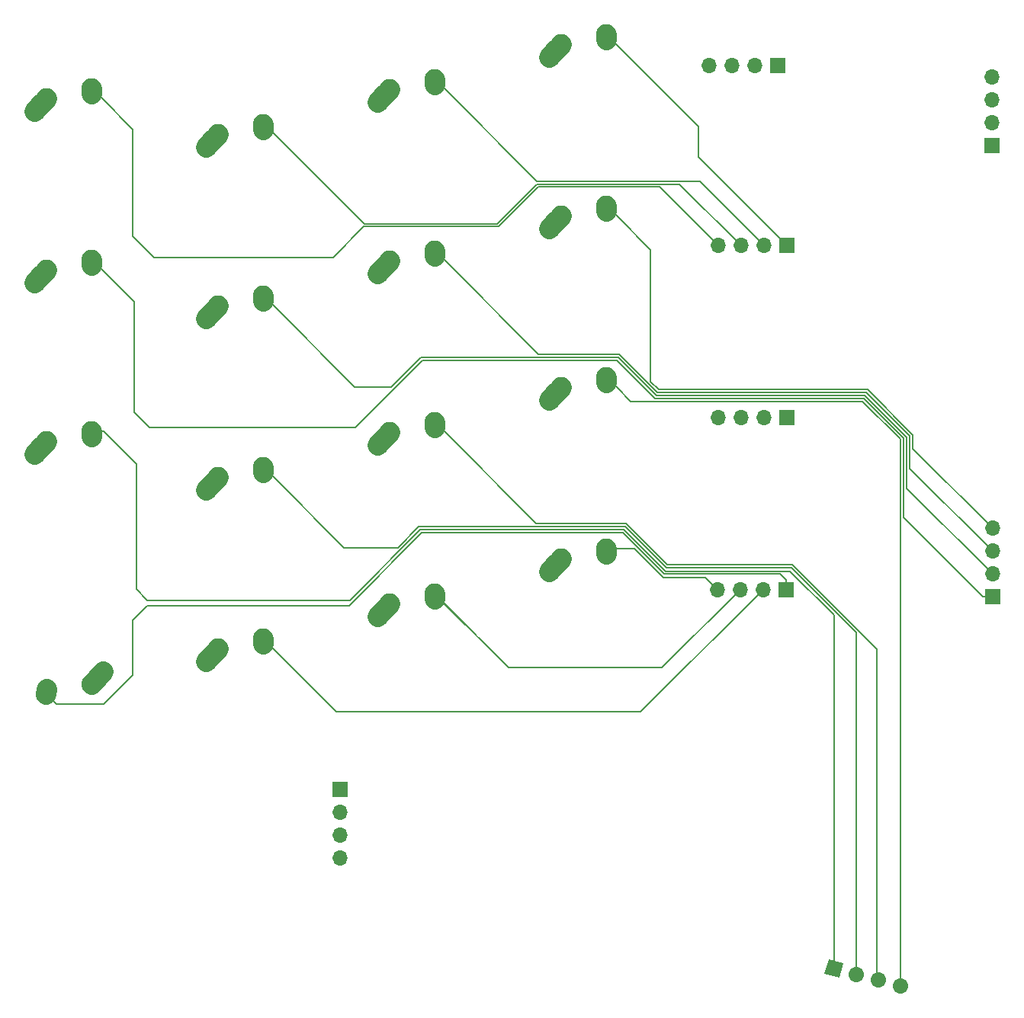
<source format=gbr>
G04 #@! TF.GenerationSoftware,KiCad,Pcbnew,(5.1.4)-1*
G04 #@! TF.CreationDate,2023-05-18T17:00:27-04:00*
G04 #@! TF.ProjectId,ThumbsUp,5468756d-6273-4557-902e-6b696361645f,rev?*
G04 #@! TF.SameCoordinates,Original*
G04 #@! TF.FileFunction,Copper,L1,Top*
G04 #@! TF.FilePolarity,Positive*
%FSLAX46Y46*%
G04 Gerber Fmt 4.6, Leading zero omitted, Abs format (unit mm)*
G04 Created by KiCad (PCBNEW (5.1.4)-1) date 2023-05-18 17:00:27*
%MOMM*%
%LPD*%
G04 APERTURE LIST*
%ADD10O,1.700000X1.700000*%
%ADD11R,1.700000X1.700000*%
%ADD12C,2.250000*%
%ADD13C,2.250000*%
%ADD14C,1.700000*%
%ADD15C,1.700000*%
%ADD16C,0.100000*%
%ADD17C,0.200000*%
G04 APERTURE END LIST*
D10*
X95046291Y-498195542D03*
X97586291Y-498195542D03*
X100126291Y-498195542D03*
D11*
X102666291Y-498195542D03*
D12*
X40462789Y-524842952D03*
X39807790Y-525572952D03*
D13*
X39152789Y-526302952D02*
X40462791Y-524842952D01*
D12*
X45502789Y-523762952D03*
X45482789Y-524052952D03*
D13*
X45462789Y-524342952D02*
X45502789Y-523762952D01*
D12*
X40462790Y-543892952D03*
X39807791Y-544622952D03*
D13*
X39152790Y-545352952D02*
X40462792Y-543892952D01*
D12*
X45502790Y-542812952D03*
X45482790Y-543102952D03*
D13*
X45462790Y-543392952D02*
X45502790Y-542812952D01*
D12*
X78562790Y-495780000D03*
X77907791Y-496510000D03*
D13*
X77252790Y-497240000D02*
X78562792Y-495780000D01*
D12*
X83602790Y-494700000D03*
X83582790Y-494990000D03*
D13*
X83562790Y-495280000D02*
X83602790Y-494700000D01*
D12*
X59512789Y-500780000D03*
X58857790Y-501510000D03*
D13*
X58202789Y-502240000D02*
X59512791Y-500780000D01*
D12*
X64552789Y-499700000D03*
X64532789Y-499990000D03*
D13*
X64512789Y-500280000D02*
X64552789Y-499700000D01*
D12*
X40462789Y-505780000D03*
X39807790Y-506510000D03*
D13*
X39152789Y-507240000D02*
X40462791Y-505780000D01*
D12*
X45502789Y-504700000D03*
X45482789Y-504990000D03*
D13*
X45462789Y-505280000D02*
X45502789Y-504700000D01*
D12*
X21412789Y-501780000D03*
X20757790Y-502510000D03*
D13*
X20102789Y-503240000D02*
X21412791Y-501780000D01*
D12*
X26452789Y-500700000D03*
X26432789Y-500990000D03*
D13*
X26412789Y-501280000D02*
X26452789Y-500700000D01*
D12*
X78562789Y-552942952D03*
X77907790Y-553672952D03*
D13*
X77252789Y-554402952D02*
X78562791Y-552942952D01*
D12*
X83602789Y-551862952D03*
X83582789Y-552152952D03*
D13*
X83562789Y-552442952D02*
X83602789Y-551862952D01*
D12*
X78562789Y-533892952D03*
X77907790Y-534622952D03*
D13*
X77252789Y-535352952D02*
X78562791Y-533892952D01*
D12*
X83602789Y-532812952D03*
X83582789Y-533102952D03*
D13*
X83562789Y-533392952D02*
X83602789Y-532812952D01*
D12*
X78562790Y-514842952D03*
X77907791Y-515572952D03*
D13*
X77252790Y-516302952D02*
X78562792Y-514842952D01*
D12*
X83602790Y-513762952D03*
X83582790Y-514052952D03*
D13*
X83562790Y-514342952D02*
X83602790Y-513762952D01*
D12*
X59512790Y-557942952D03*
X58857791Y-558672952D03*
D13*
X58202790Y-559402952D02*
X59512792Y-557942952D01*
D12*
X64552790Y-556862952D03*
X64532790Y-557152952D03*
D13*
X64512790Y-557442952D02*
X64552790Y-556862952D01*
D12*
X59512789Y-538892952D03*
X58857790Y-539622952D03*
D13*
X58202789Y-540352952D02*
X59512791Y-538892952D01*
D12*
X64552789Y-537812952D03*
X64532789Y-538102952D03*
D13*
X64512789Y-538392952D02*
X64552789Y-537812952D01*
D12*
X59512789Y-519842953D03*
X58857790Y-520572953D03*
D13*
X58202789Y-521302953D02*
X59512791Y-519842953D01*
D12*
X64552789Y-518762953D03*
X64532789Y-519052953D03*
D13*
X64512789Y-519342953D02*
X64552789Y-518762953D01*
D12*
X40462789Y-562942952D03*
X39807790Y-563672952D03*
D13*
X39152789Y-564402952D02*
X40462791Y-562942952D01*
D12*
X45502789Y-561862952D03*
X45482789Y-562152952D03*
D13*
X45462789Y-562442952D02*
X45502789Y-561862952D01*
D12*
X26412789Y-566942952D03*
X27067788Y-566212952D03*
D13*
X27722789Y-565482952D02*
X26412787Y-566942952D01*
D12*
X21372789Y-568022952D03*
X21392789Y-567732952D03*
D13*
X21412789Y-567442952D02*
X21372789Y-568022952D01*
D12*
X21412790Y-539892952D03*
X20757791Y-540622952D03*
D13*
X20102790Y-541352952D02*
X21412792Y-539892952D01*
D12*
X26452790Y-538812952D03*
X26432790Y-539102952D03*
D13*
X26412790Y-539392952D02*
X26452790Y-538812952D01*
D12*
X21412789Y-520842953D03*
X20757790Y-521572953D03*
D13*
X20102789Y-522302953D02*
X21412791Y-520842953D01*
D12*
X26452789Y-519762953D03*
X26432789Y-520052953D03*
D13*
X26412789Y-520342953D02*
X26452789Y-519762953D01*
D10*
X95906974Y-556400972D03*
X98446974Y-556400972D03*
X100986974Y-556400972D03*
D11*
X103526974Y-556400972D03*
D10*
X96064161Y-537315202D03*
X98604161Y-537315202D03*
X101144161Y-537315202D03*
D11*
X103684161Y-537315202D03*
D10*
X96046291Y-518195542D03*
X98586291Y-518195542D03*
X101126291Y-518195542D03*
D11*
X103666291Y-518195542D03*
D10*
X126470599Y-549604893D03*
X126470599Y-552144893D03*
X126470599Y-554684893D03*
D11*
X126470599Y-557224893D03*
D10*
X126406095Y-499478305D03*
X126406095Y-502018305D03*
X126406095Y-504558305D03*
D11*
X126406095Y-507098305D03*
D10*
X54062789Y-586192952D03*
X54062789Y-583652952D03*
X54062789Y-581112952D03*
D11*
X54062789Y-578572952D03*
D14*
X116223145Y-600465153D03*
D15*
X116223145Y-600465153D02*
X116223145Y-600465153D01*
D14*
X113769693Y-599807753D03*
D15*
X113769693Y-599807753D02*
X113769693Y-599807753D01*
D14*
X111316242Y-599150352D03*
D15*
X111316242Y-599150352D02*
X111316242Y-599150352D01*
D14*
X108862790Y-598492952D03*
D16*
G36*
X109463831Y-599533985D02*
G01*
X107821757Y-599093993D01*
X108261749Y-597451919D01*
X109903823Y-597891911D01*
X109463831Y-599533985D01*
X109463831Y-599533985D01*
G37*
D17*
X86277881Y-535488044D02*
X84727788Y-533937951D01*
X116230000Y-539680005D02*
X112038039Y-535488044D01*
X84727788Y-533937951D02*
X83602789Y-532812952D01*
X116230000Y-559119087D02*
X116230000Y-539680005D01*
X116223145Y-559125942D02*
X116230000Y-559119087D01*
X116223145Y-600465153D02*
X116223145Y-559125942D01*
X112038039Y-535488044D02*
X86277881Y-535488044D01*
X85817382Y-549080000D02*
X75819837Y-549080000D01*
X90390372Y-553652990D02*
X85817382Y-549080000D01*
X75819837Y-549080000D02*
X65677788Y-538937951D01*
X113350093Y-600227353D02*
X113630000Y-599947446D01*
X65677788Y-538937951D02*
X64552789Y-537812952D01*
X104265451Y-553652990D02*
X90390372Y-553652990D01*
X113630000Y-599947446D02*
X113630000Y-563017539D01*
X113630000Y-563017539D02*
X104265451Y-553652990D01*
X46627789Y-543937951D02*
X45502790Y-542812952D01*
X54469838Y-551780000D02*
X46627789Y-543937951D01*
X60430000Y-551780000D02*
X54469838Y-551780000D01*
X111316242Y-561166242D02*
X104130000Y-553980000D01*
X111316242Y-599150352D02*
X111316242Y-561166242D01*
X104130000Y-553980000D02*
X90254922Y-553980000D01*
X90254922Y-553980000D02*
X85700902Y-549425980D01*
X85700902Y-549425980D02*
X62784020Y-549425980D01*
X62784020Y-549425980D02*
X60430000Y-551780000D01*
X26992790Y-538812952D02*
X26412790Y-539392952D01*
X27762952Y-538812952D02*
X26992790Y-538812952D01*
X31430000Y-556380000D02*
X31430000Y-542480000D01*
X31430000Y-542480000D02*
X27762952Y-538812952D01*
X32630000Y-557580000D02*
X31430000Y-556380000D01*
X55130000Y-557580000D02*
X32630000Y-557580000D01*
X108862790Y-559212790D02*
X104002990Y-554352990D01*
X108862790Y-598492952D02*
X108862790Y-559212790D01*
X104002990Y-554352990D02*
X90165450Y-554352990D01*
X90165450Y-554352990D02*
X85565451Y-549752990D01*
X85565451Y-549752990D02*
X62957010Y-549752990D01*
X62957010Y-549752990D02*
X55130000Y-557580000D01*
X27577788Y-520887952D02*
X26452789Y-519762953D01*
X31130000Y-524440164D02*
X27577788Y-520887952D01*
X32830000Y-538380000D02*
X31130000Y-536680000D01*
X55730000Y-538380000D02*
X32830000Y-538380000D01*
X63202989Y-530907011D02*
X55730000Y-538380000D01*
X84757008Y-530907011D02*
X63202989Y-530907011D01*
X31130000Y-536680000D02*
X31130000Y-524440164D01*
X125420599Y-557224893D02*
X116557010Y-548361304D01*
X126470599Y-557224893D02*
X125420599Y-557224893D01*
X116557010Y-548361304D02*
X116557010Y-539544553D01*
X116557010Y-539544553D02*
X112173490Y-535161033D01*
X112173490Y-535161033D02*
X89011030Y-535161033D01*
X89011030Y-535161033D02*
X84757008Y-530907011D01*
X112308941Y-534834022D02*
X89146481Y-534834022D01*
X46627788Y-524887951D02*
X45502789Y-523762952D01*
X59730000Y-533880000D02*
X55619837Y-533880000D01*
X55619837Y-533880000D02*
X46627788Y-524887951D01*
X63030000Y-530580000D02*
X59730000Y-533880000D01*
X84892460Y-530580001D02*
X63030000Y-530580000D01*
X89146481Y-534834022D02*
X84892460Y-530580001D01*
X116930000Y-539455081D02*
X112308941Y-534834022D01*
X116930000Y-545144294D02*
X116930000Y-539455081D01*
X126470599Y-554684893D02*
X116930000Y-545144294D01*
X89281932Y-534507011D02*
X85027911Y-530252990D01*
X126470599Y-552144893D02*
X117257010Y-542931304D01*
X85027911Y-530252990D02*
X76042826Y-530252990D01*
X117257010Y-542931304D02*
X117257010Y-539319629D01*
X65677788Y-519887952D02*
X64552789Y-518762953D01*
X76042826Y-530252990D02*
X65677788Y-519887952D01*
X112444392Y-534507011D02*
X89281932Y-534507011D01*
X117257010Y-539319629D02*
X112444392Y-534507011D01*
X84727789Y-514887951D02*
X83602790Y-513762952D01*
X117630000Y-540764294D02*
X117630000Y-539230157D01*
X88530000Y-518690162D02*
X84727789Y-514887951D01*
X126470599Y-549604893D02*
X117630000Y-540764294D01*
X117630000Y-539230157D02*
X112579843Y-534180000D01*
X112579843Y-534180000D02*
X89430000Y-534180000D01*
X89430000Y-534180000D02*
X88530000Y-533280000D01*
X88530000Y-533280000D02*
X88530000Y-518690162D01*
X93830000Y-504927210D02*
X83602790Y-494700000D01*
X103666291Y-518195542D02*
X93830000Y-508359251D01*
X93830000Y-508359251D02*
X93830000Y-504927210D01*
X65677788Y-500824999D02*
X64552789Y-499700000D01*
X75878769Y-511025980D02*
X65677788Y-500824999D01*
X93956729Y-511025980D02*
X75878769Y-511025980D01*
X101126291Y-518195542D02*
X93956729Y-511025980D01*
X91743739Y-511352990D02*
X75894547Y-511352990D01*
X46230000Y-505280000D02*
X45462789Y-505280000D01*
X98586291Y-518195542D02*
X91743739Y-511352990D01*
X56702989Y-515752989D02*
X46230000Y-505280000D01*
X75894547Y-511352990D02*
X71494549Y-515752989D01*
X71494549Y-515752989D02*
X56702989Y-515752989D01*
X27577788Y-501824999D02*
X26452789Y-500700000D01*
X31030000Y-505277211D02*
X27577788Y-501824999D01*
X31030000Y-517180000D02*
X31030000Y-505277211D01*
X33330000Y-519480000D02*
X31030000Y-517180000D01*
X89530750Y-511680001D02*
X76029999Y-511680001D01*
X96046291Y-518195542D02*
X89530750Y-511680001D01*
X76029999Y-511680001D02*
X71630000Y-516080000D01*
X71630000Y-516080000D02*
X56630000Y-516080000D01*
X56630000Y-516080000D02*
X53230000Y-519480000D01*
X53230000Y-519480000D02*
X33330000Y-519480000D01*
X27762049Y-569147951D02*
X22497788Y-569147951D01*
X31030000Y-559780000D02*
X31030000Y-565880000D01*
X32630000Y-558180000D02*
X31030000Y-559780000D01*
X55030000Y-558180000D02*
X32630000Y-558180000D01*
X22497788Y-569147951D02*
X21372789Y-568022952D01*
X103526974Y-555350972D02*
X102856002Y-554680000D01*
X103526974Y-556400972D02*
X103526974Y-555350972D01*
X102856002Y-554680000D02*
X90030000Y-554680000D01*
X90030000Y-554680000D02*
X85430000Y-550080000D01*
X31030000Y-565880000D02*
X27762049Y-569147951D01*
X85430000Y-550080000D02*
X63130000Y-550080000D01*
X63130000Y-550080000D02*
X55030000Y-558180000D01*
X53619837Y-569980000D02*
X45502789Y-561862952D01*
X87430000Y-569980000D02*
X53619837Y-569980000D01*
X100986974Y-556400972D02*
X100986974Y-556423026D01*
X100986974Y-556423026D02*
X87430000Y-569980000D01*
X64552790Y-556862952D02*
X69097790Y-561407952D01*
X64552790Y-556902790D02*
X64552790Y-556862952D01*
X72730000Y-565080000D02*
X64552790Y-556902790D01*
X98446974Y-556400972D02*
X89767946Y-565080000D01*
X89767946Y-565080000D02*
X72730000Y-565080000D01*
X86712952Y-551862952D02*
X83602789Y-551862952D01*
X89930000Y-555080000D02*
X86712952Y-551862952D01*
X95906974Y-556400972D02*
X94586002Y-555080000D01*
X94586002Y-555080000D02*
X89930000Y-555080000D01*
M02*

</source>
